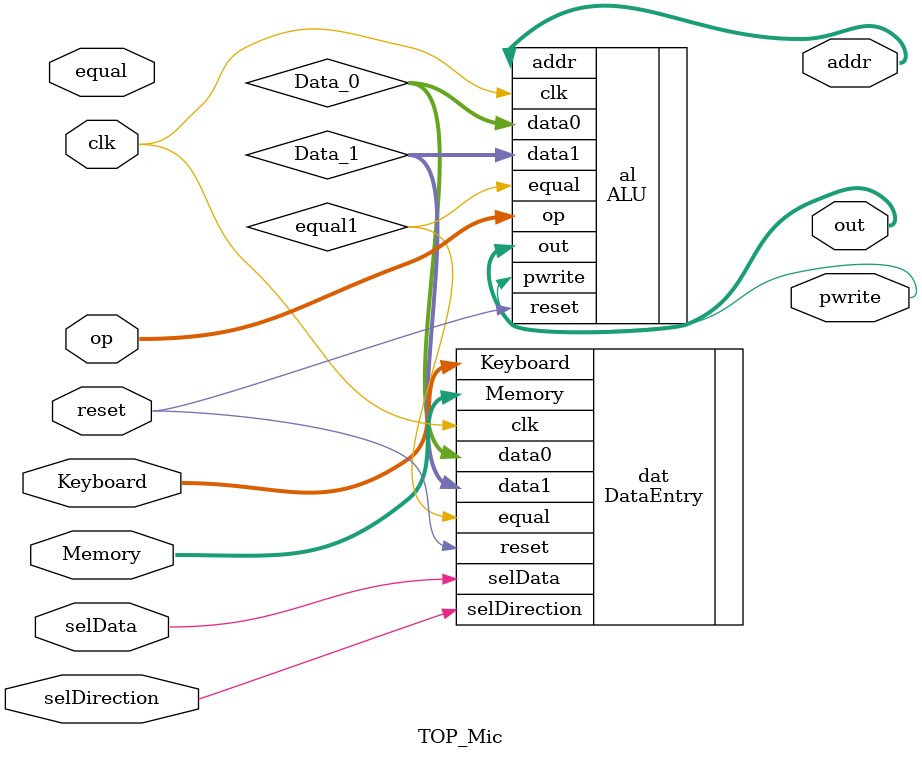
<source format=v>
`timescale 1ns / 1ps



module TOP_Mic(
    input [6:0] Keyboard ,
    input [6:0] Memory ,
    input clk ,
    input equal ,
    input reset ,
    input selData ,
    input selDirection ,
    input [1:0] op ,
    output [13:0]out ,
    output [7:0] addr,
    output pwrite ); 
    
    wire [6:0] Data_1 ;
    wire [6:0] Data_0 ;
    wire equal1;
    
    DataEntry dat(.clk(clk),
                  .reset(reset),
                  .Keyboard(Keyboard),
                  .Memory(Memory),
                  .selData(selData),
                  .selDirection(selDirection),
                  .data0(Data_0),
                  .data1(Data_1),
                  .equal(equal1));
                  
     ALU al (.op(op),
             .clk(clk),
             .reset(reset),
             .data0(Data_0),
             .data1(Data_1),
             .equal(equal1),
             .out(out),
             .addr(addr),
             .pwrite(pwrite)) ;             
endmodule

</source>
